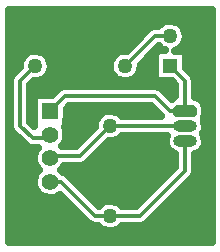
<source format=gtl>
G04 DipTrace 2.4.0.2*
%INTop.gtl*%
%MOIN*%
%ADD13C,0.013*%
%ADD14C,0.025*%
%ADD15O,0.0787X0.0394*%
%ADD16C,0.05*%
%ADD17R,0.05X0.05*%
%ADD18C,0.05*%
%ADD19R,0.0551X0.0551*%
%ADD20C,0.0551*%
%FSLAX44Y44*%
G04*
G70*
G90*
G75*
G01*
%LNTop*%
%LPD*%
X4940Y9940D2*
D13*
X4440Y9440D1*
Y7940D1*
X4852Y7528D1*
X5315D1*
X5440Y7653D1*
X7940Y9940D2*
X8940Y10940D1*
X9440D1*
X5440Y6078D2*
X5802D1*
X6940Y4940D1*
X7440D1*
X8440D1*
X9940Y6440D1*
Y7440D1*
Y7940D2*
X7440D1*
X6440Y6940D1*
X5515D1*
X5440Y6865D1*
X9440Y9940D2*
X9940Y9440D1*
Y8440D1*
X9440D1*
X8940Y8940D1*
X5940D1*
X5440Y8440D1*
X4090Y11566D2*
D14*
X10792D1*
X4090Y11318D2*
X9065D1*
X9815D2*
X10792D1*
X4090Y11069D2*
X8577D1*
X9963D2*
X10792D1*
X4090Y10820D2*
X8327D1*
X9967D2*
X10792D1*
X4090Y10572D2*
X8081D1*
X9826D2*
X10792D1*
X4090Y10323D2*
X4569D1*
X5311D2*
X7569D1*
X8815D2*
X8899D1*
X9979D2*
X10792D1*
X4090Y10074D2*
X4417D1*
X5463D2*
X7417D1*
X8565D2*
X8901D1*
X9979D2*
X10792D1*
X4090Y9825D2*
X4335D1*
X5467D2*
X7413D1*
X8467D2*
X8901D1*
X10045D2*
X10792D1*
X5330Y9577D2*
X7550D1*
X8330D2*
X8901D1*
X10264D2*
X10792D1*
X4819Y9328D2*
X9561D1*
X10295D2*
X10792D1*
X4795Y9079D2*
X5589D1*
X9291D2*
X9585D1*
X10295D2*
X10792D1*
X4795Y8831D2*
X4875D1*
X10440D2*
X10792D1*
X4795Y8582D2*
X4875D1*
X6072D2*
X8808D1*
X10619D2*
X10792D1*
X4795Y8333D2*
X4875D1*
X6006D2*
X7081D1*
X7799D2*
X9054D1*
X10623D2*
X10792D1*
X4795Y8085D2*
X4875D1*
X6006D2*
X6921D1*
X10600D2*
X10792D1*
X5975Y7836D2*
X6843D1*
X10611D2*
X10792D1*
X4090Y7587D2*
X4300D1*
X6002D2*
X6597D1*
X7842D2*
X9280D1*
X10600D2*
X10792D1*
X4090Y7339D2*
X4550D1*
X5904D2*
X6347D1*
X7330D2*
X9269D1*
X10611D2*
X10792D1*
X4090Y7090D2*
X4925D1*
X7080D2*
X9417D1*
X10463D2*
X10792D1*
X4090Y6841D2*
X4874D1*
X6834D2*
X9585D1*
X10295D2*
X10792D1*
X4090Y6593D2*
X4948D1*
X5932D2*
X9585D1*
X10295D2*
X10792D1*
X4090Y6344D2*
X4944D1*
X6022D2*
X9351D1*
X10279D2*
X10792D1*
X4090Y6095D2*
X4874D1*
X6276D2*
X9104D1*
X10088D2*
X10792D1*
X4090Y5846D2*
X4925D1*
X6526D2*
X8854D1*
X9838D2*
X10792D1*
X4090Y5598D2*
X5167D1*
X5713D2*
X5792D1*
X6776D2*
X8604D1*
X9588D2*
X10792D1*
X4090Y5349D2*
X6038D1*
X7022D2*
X7102D1*
X7779D2*
X8358D1*
X9342D2*
X10792D1*
X4090Y5100D2*
X6288D1*
X9092D2*
X10792D1*
X4090Y4852D2*
X6538D1*
X8842D2*
X10792D1*
X4090Y4603D2*
X7026D1*
X7854D2*
X10792D1*
X4090Y4354D2*
X10792D1*
X4090Y4106D2*
X10792D1*
X10599Y8413D2*
Y8342D1*
X10571Y8225D1*
X10574Y8089D1*
X10599Y7940D1*
X10582Y7817D1*
X10525Y7693D1*
X10574Y7589D1*
X10599Y7440D1*
X10582Y7317D1*
X10533Y7202D1*
X10455Y7105D1*
X10353Y7032D1*
X10269Y7001D1*
X10270Y6440D1*
X10247Y6318D1*
X10173Y6207D1*
X8673Y4707D1*
X8571Y4637D1*
X8440Y4610D1*
X7835D1*
X7731Y4515D1*
X7620Y4458D1*
X7499Y4428D1*
X7374Y4429D1*
X7253Y4460D1*
X7143Y4519D1*
X7044Y4612D1*
X6940Y4610D1*
X6818Y4633D1*
X6707Y4707D1*
X5765Y5646D1*
X5658Y5583D1*
X5539Y5546D1*
X5414Y5538D1*
X5291Y5558D1*
X5176Y5606D1*
X5075Y5679D1*
X4993Y5773D1*
X4935Y5884D1*
X4904Y6005D1*
X4902Y6129D1*
X4928Y6251D1*
X4981Y6364D1*
X5068Y6469D1*
X4993Y6561D1*
X4935Y6671D1*
X4904Y6792D1*
X4902Y6917D1*
X4928Y7039D1*
X4981Y7151D1*
X5018Y7197D1*
X4852Y7198D1*
X4730Y7221D1*
X4619Y7295D1*
X4207Y7707D1*
X4137Y7809D1*
X4110Y7940D1*
Y9440D1*
X4133Y9562D1*
X4207Y9673D1*
X4425Y9892D1*
X4442Y10071D1*
X4488Y10187D1*
X4560Y10288D1*
X4655Y10369D1*
X4767Y10425D1*
X4888Y10452D1*
X5013Y10450D1*
X5133Y10417D1*
X5242Y10357D1*
X5334Y10272D1*
X5402Y10168D1*
X5443Y10050D1*
X5455Y9940D1*
X5440Y9816D1*
X5396Y9700D1*
X5324Y9597D1*
X5231Y9515D1*
X5120Y9458D1*
X4999Y9428D1*
X4894Y9429D1*
X4767Y9301D1*
X4770Y8077D1*
X4897Y7950D1*
X4899Y8981D1*
X5513D1*
X5707Y9173D1*
X5809Y9243D1*
X5940Y9270D1*
X8940D1*
X9062Y9247D1*
X9173Y9173D1*
X9491Y8856D1*
X9566Y8890D1*
X9610Y8940D1*
Y9303D1*
X9488Y9425D1*
X8925D1*
Y10455D1*
X9253Y10460D1*
X9143Y10519D1*
X9060Y10595D1*
X8452Y9986D1*
X8440Y9816D1*
X8396Y9700D1*
X8324Y9597D1*
X8231Y9515D1*
X8120Y9458D1*
X7999Y9428D1*
X7874Y9429D1*
X7753Y9460D1*
X7643Y9519D1*
X7551Y9603D1*
X7481Y9706D1*
X7438Y9823D1*
X7425Y9947D1*
X7442Y10071D1*
X7488Y10187D1*
X7560Y10288D1*
X7655Y10369D1*
X7767Y10425D1*
X7888Y10452D1*
X7986Y10450D1*
X8707Y11173D1*
X8809Y11243D1*
X8940Y11270D1*
X9045D1*
X9155Y11369D1*
X9267Y11425D1*
X9388Y11452D1*
X9513Y11450D1*
X9633Y11417D1*
X9742Y11357D1*
X9834Y11272D1*
X9902Y11168D1*
X9943Y11050D1*
X9955Y10940D1*
X9940Y10816D1*
X9896Y10700D1*
X9824Y10597D1*
X9731Y10515D1*
X9609Y10455D1*
X9955D1*
Y9889D1*
X10173Y9673D1*
X10243Y9571D1*
X10270Y9440D1*
Y8897D1*
X10349Y8876D1*
X10423Y8824D1*
X10521Y8726D1*
X10574Y8650D1*
X10599Y8538D1*
Y8413D1*
X9608Y7000D2*
X9485Y7057D1*
X9392Y7140D1*
X9324Y7245D1*
X9288Y7364D1*
X9284Y7489D1*
X9316Y7613D1*
X8190Y7610D1*
X7835D1*
X7731Y7515D1*
X7620Y7458D1*
X7499Y7428D1*
X7394Y7429D1*
X6673Y6707D1*
X6571Y6637D1*
X6440Y6610D1*
X5913D1*
X5856Y6520D1*
X5808Y6474D1*
X5871Y6398D1*
X5898Y6394D1*
X6008Y6336D1*
X7060Y5286D1*
X7155Y5369D1*
X7267Y5425D1*
X7388Y5452D1*
X7513Y5450D1*
X7633Y5417D1*
X7742Y5357D1*
X7836Y5269D1*
X8303Y5270D1*
X9613Y6579D1*
X9610Y6999D1*
X6930Y7897D2*
X6925Y7947D1*
X6942Y8071D1*
X6988Y8187D1*
X7060Y8288D1*
X7155Y8369D1*
X7267Y8425D1*
X7388Y8452D1*
X7513Y8450D1*
X7633Y8417D1*
X7742Y8357D1*
X7836Y8269D1*
X9147Y8270D1*
X8801Y8613D1*
X7065Y8610D1*
X6077D1*
X5983Y8516D1*
X5981Y7899D1*
X5922D1*
X5961Y7797D1*
X5981Y7653D1*
X5966Y7529D1*
X5924Y7411D1*
X5856Y7307D1*
X5819Y7272D1*
X6300Y7270D1*
X6928Y7894D1*
X10690Y11815D2*
X4065D1*
Y4065D1*
X10815D1*
Y11815D1*
X10690D1*
G36*
X10235Y8243D2*
X10334Y8342D1*
Y8538D1*
X10235Y8637D1*
X9645D1*
X9546Y8538D1*
Y8342D1*
X9645Y8243D1*
X10235D1*
G37*
D15*
X9940Y7940D3*
Y7440D3*
D16*
X9440Y10940D3*
D17*
Y9940D3*
D16*
X4940D3*
D18*
X7940D3*
D16*
X7440Y4940D3*
D18*
Y7940D3*
D19*
X5440Y8440D3*
D20*
Y7653D3*
Y6865D3*
Y6078D3*
M02*

</source>
